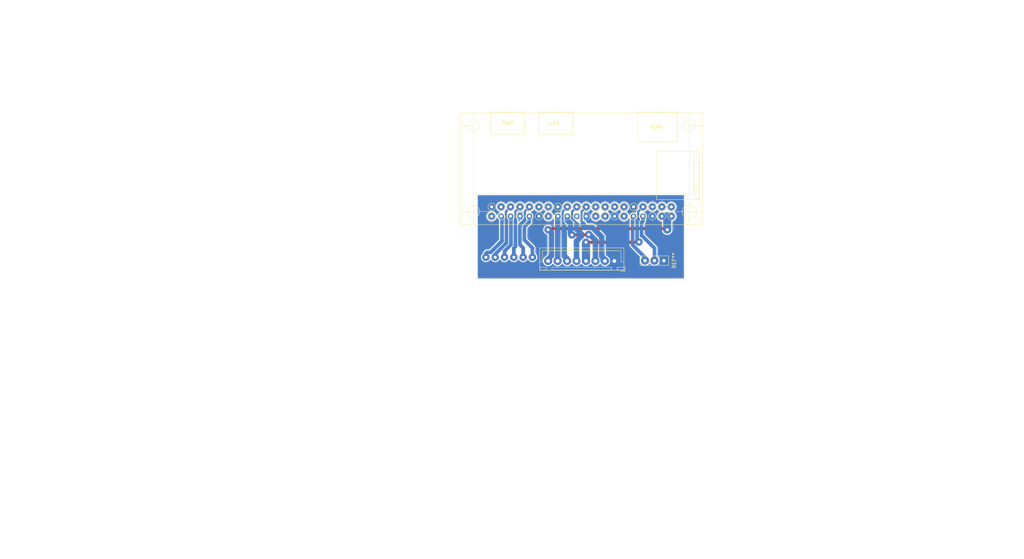
<source format=kicad_pcb>
(kicad_pcb (version 20171130) (host pcbnew "(5.1.6)-1")

  (general
    (thickness 1.6)
    (drawings 7)
    (tracks 148)
    (zones 0)
    (modules 3)
    (nets 33)
  )

  (page A4)
  (layers
    (0 F.Cu signal)
    (31 B.Cu signal)
    (32 B.Adhes user)
    (33 F.Adhes user)
    (34 B.Paste user)
    (35 F.Paste user)
    (36 B.SilkS user)
    (37 F.SilkS user)
    (38 B.Mask user)
    (39 F.Mask user)
    (40 Dwgs.User user)
    (41 Cmts.User user)
    (42 Eco1.User user)
    (43 Eco2.User user)
    (44 Edge.Cuts user)
    (45 Margin user)
    (46 B.CrtYd user)
    (47 F.CrtYd user)
    (48 B.Fab user hide)
    (49 F.Fab user)
  )

  (setup
    (last_trace_width 0.25)
    (user_trace_width 0.6)
    (user_trace_width 0.8)
    (user_trace_width 1)
    (user_trace_width 1.2)
    (user_trace_width 1.4)
    (user_trace_width 1.5)
    (user_trace_width 1.6)
    (user_trace_width 1.8)
    (user_trace_width 2)
    (user_trace_width 2.2)
    (trace_clearance 0.2)
    (zone_clearance 0.508)
    (zone_45_only no)
    (trace_min 0.2)
    (via_size 0.8)
    (via_drill 0.4)
    (via_min_size 0.4)
    (via_min_drill 0.3)
    (user_via 0.5 0.4)
    (user_via 1.9 1.8)
    (user_via 2 0.8)
    (user_via 3.3 3.2)
    (uvia_size 0.3)
    (uvia_drill 0.1)
    (uvias_allowed no)
    (uvia_min_size 0.2)
    (uvia_min_drill 0.1)
    (edge_width 0.05)
    (segment_width 0.2)
    (pcb_text_width 0.3)
    (pcb_text_size 1.5 1.5)
    (mod_edge_width 0.12)
    (mod_text_size 1 1)
    (mod_text_width 0.15)
    (pad_size 2.2 2.2)
    (pad_drill 0.9)
    (pad_to_mask_clearance 0.05)
    (aux_axis_origin 103 85)
    (grid_origin 103 85)
    (visible_elements 7FFFFFFF)
    (pcbplotparams
      (layerselection 0x01040_fffffffe)
      (usegerberextensions false)
      (usegerberattributes true)
      (usegerberadvancedattributes true)
      (creategerberjobfile false)
      (excludeedgelayer true)
      (linewidth 0.100000)
      (plotframeref false)
      (viasonmask true)
      (mode 1)
      (useauxorigin true)
      (hpglpennumber 1)
      (hpglpenspeed 20)
      (hpglpendiameter 15.000000)
      (psnegative false)
      (psa4output false)
      (plotreference true)
      (plotvalue true)
      (plotinvisibletext false)
      (padsonsilk false)
      (subtractmaskfromsilk false)
      (outputformat 1)
      (mirror false)
      (drillshape 0)
      (scaleselection 1)
      (outputdirectory "test_plot/"))
  )

  (net 0 "")
  (net 1 +5V)
  (net 2 GND)
  (net 3 RPI_T_CS)
  (net 4 RPI_SCLK)
  (net 5 RPI_MISO)
  (net 6 RPI_LCD_DC)
  (net 7 RPI_LCD_CS)
  (net 8 RPI_MOSI)
  (net 9 "Net-(J7-Pad1)")
  (net 10 "Net-(J7-Pad3)")
  (net 11 "Net-(J7-Pad5)")
  (net 12 I2S_BCLK)
  (net 13 "Net-(J7-Pad13)")
  (net 14 "Net-(J7-Pad15)")
  (net 15 "Net-(J7-Pad17)")
  (net 16 LED_RPI_BUSY)
  (net 17 RPI_READY)
  (net 18 "Net-(J7-Pad27)")
  (net 19 "Net-(J7-Pad28)")
  (net 20 "Net-(J7-Pad29)")
  (net 21 LED_RPI_I2S_RX)
  (net 22 I2S_FCLK)
  (net 23 LED_RPI_I2S_TX)
  (net 24 I2S_TXB)
  (net 25 I2S_RXB)
  (net 26 T41_RX1)
  (net 27 T41_TX1)
  (net 28 "Net-(J7-Pad18)")
  (net 29 "Net-(J7-Pad22)")
  (net 30 "Net-(J7-Pad16)")
  (net 31 "Net-(J7-Pad11)")
  (net 32 "Net-(J7-Pad37)")

  (net_class Default "This is the default net class."
    (clearance 0.2)
    (trace_width 0.25)
    (via_dia 0.8)
    (via_drill 0.4)
    (uvia_dia 0.3)
    (uvia_drill 0.1)
    (add_net +5V)
    (add_net GND)
    (add_net I2S_BCLK)
    (add_net I2S_FCLK)
    (add_net I2S_RXB)
    (add_net I2S_TXB)
    (add_net LED_RPI_BUSY)
    (add_net LED_RPI_I2S_RX)
    (add_net LED_RPI_I2S_TX)
    (add_net "Net-(J7-Pad1)")
    (add_net "Net-(J7-Pad11)")
    (add_net "Net-(J7-Pad13)")
    (add_net "Net-(J7-Pad15)")
    (add_net "Net-(J7-Pad16)")
    (add_net "Net-(J7-Pad17)")
    (add_net "Net-(J7-Pad18)")
    (add_net "Net-(J7-Pad22)")
    (add_net "Net-(J7-Pad27)")
    (add_net "Net-(J7-Pad28)")
    (add_net "Net-(J7-Pad29)")
    (add_net "Net-(J7-Pad3)")
    (add_net "Net-(J7-Pad37)")
    (add_net "Net-(J7-Pad5)")
    (add_net RPI_LCD_CS)
    (add_net RPI_LCD_DC)
    (add_net RPI_MISO)
    (add_net RPI_MOSI)
    (add_net RPI_READY)
    (add_net RPI_SCLK)
    (add_net RPI_T_CS)
    (add_net T41_RX1)
    (add_net T41_TX1)
  )

  (module 0_my_footprints:myPinSocket_1x03 (layer F.Cu) (tedit 67A8C728) (tstamp 67A923FB)
    (at 153.3 79.9 270)
    (descr "8.4mm tall socket strip, 1x03, 2.54mm pitch, from kicad_pinsockets.pm")
    (tags "Through hole socket strip THT 1x03 2.54mm single row")
    (fp_text reference REF** (at 0 -2.77 90) (layer F.SilkS)
      (effects (font (size 1 1) (thickness 0.15)))
    )
    (fp_text value myPinSocket_1x03 (at 0 7.85 90) (layer F.Fab)
      (effects (font (size 1 1) (thickness 0.15)))
    )
    (fp_line (start -1.27 1.27) (end 1.27 1.27) (layer F.SilkS) (width 0.12))
    (fp_line (start -1.27 -1.27) (end 1.27 -1.27) (layer F.SilkS) (width 0.12))
    (fp_line (start -1.27 -1.27) (end -1.27 6.41) (layer F.SilkS) (width 0.12))
    (fp_line (start -1.27 6.41) (end 1.27 6.41) (layer F.SilkS) (width 0.12))
    (fp_line (start 1.27 -1.27) (end 1.27 6.41) (layer F.SilkS) (width 0.12))
    (pad 3 thru_hole circle (at 0 5.08 270) (size 2.2 2.2) (drill 0.9) (layers *.Cu *.Mask)
      (net 27 T41_TX1))
    (pad 2 thru_hole circle (at 0 2.54 270) (size 2.2 2.2) (drill 0.9) (layers *.Cu *.Mask)
      (net 26 T41_RX1))
    (pad 1 thru_hole circle (at 0 0 270) (size 2.2 2.2) (drill 0.9) (layers *.Cu *.Mask)
      (net 2 GND))
    (model ${MY_KICAD_LIBRARIES}/my_3d_files/pinSockets/myPinSocket_1x03.step
      (at (xyz 0 0 0))
      (scale (xyz 1 1 1))
      (rotate (xyz 0 0 0))
    )
  )

  (module 0_my_footprints2:rpi_zero_2w (layer F.Cu) (tedit 67A63389) (tstamp 67A51E17)
    (at 155.3 68)
    (path /67943AF8)
    (fp_text reference J7 (at -25.4 -10.16) (layer B.Fab)
      (effects (font (size 1 1) (thickness 0.15)))
    )
    (fp_text value rpi_connector (at -25.4 -13.97) (layer B.Fab)
      (effects (font (size 1 1) (thickness 0.15)))
    )
    (fp_line (start -26.5 -28) (end -35.5 -28) (layer F.SilkS) (width 0.12))
    (fp_line (start -26.5 -22) (end -26.5 -28) (layer F.SilkS) (width 0.12))
    (fp_line (start -35.5 -22) (end -26.5 -22) (layer F.SilkS) (width 0.12))
    (fp_line (start -35.5 -28) (end -35.5 -22) (layer F.SilkS) (width 0.12))
    (fp_line (start -39.5 -28) (end -48.5 -28) (layer F.SilkS) (width 0.12))
    (fp_line (start -39.5 -22) (end -39.5 -28) (layer F.SilkS) (width 0.12))
    (fp_line (start -48.5 -22) (end -39.5 -22) (layer F.SilkS) (width 0.12))
    (fp_line (start -48.5 -28) (end -48.5 -22) (layer F.SilkS) (width 0.12))
    (fp_line (start -9 -28) (end 1.5 -28) (layer F.SilkS) (width 0.12))
    (fp_line (start -9 -20) (end -9 -28) (layer F.SilkS) (width 0.12))
    (fp_line (start 1.5 -20) (end -9 -20) (layer F.SilkS) (width 0.12))
    (fp_line (start 1.5 -28) (end 1.5 -20) (layer F.SilkS) (width 0.12))
    (fp_line (start 6 -14.5) (end 7.5 -14.5) (layer F.SilkS) (width 0.12))
    (fp_line (start 6 -13) (end 7.5 -13) (layer F.SilkS) (width 0.12))
    (fp_line (start 6 -11.5) (end 7.5 -11.5) (layer F.SilkS) (width 0.12))
    (fp_line (start 6 -10) (end 7.5 -10) (layer F.SilkS) (width 0.12))
    (fp_line (start 6 -8.5) (end 7.5 -8.5) (layer F.SilkS) (width 0.12))
    (fp_line (start 6 -7) (end 7.5 -7) (layer F.SilkS) (width 0.12))
    (fp_line (start 6 -6) (end 7.5 -4.5) (layer F.SilkS) (width 0.12))
    (fp_line (start 6 -16) (end 6 -6) (layer F.SilkS) (width 0.12))
    (fp_line (start 7.5 -17.5) (end 6 -16) (layer F.SilkS) (width 0.12))
    (fp_line (start -4 -4.5) (end 7.5 -4.5) (layer F.SilkS) (width 0.12))
    (fp_line (start -4 -17.5) (end -4 -4.5) (layer F.SilkS) (width 0.12))
    (fp_line (start 7.5 -17.5) (end -4 -17.5) (layer F.SilkS) (width 0.12))
    (fp_line (start 7.5 -4.5) (end 7.5 -17.5) (layer F.SilkS) (width 0.12))
    (fp_circle (center -22.86 -2.54) (end -21.86 -2.54) (layer F.SilkS) (width 0.12))
    (fp_circle (center -20.32 -2.54) (end -19.32 -2.54) (layer F.SilkS) (width 0.12))
    (fp_circle (center -20.32 0) (end -19.32 0) (layer F.SilkS) (width 0.12))
    (fp_circle (center -22.86 0) (end -21.86 0) (layer F.SilkS) (width 0.12))
    (fp_circle (center -17.78 -2.54) (end -16.78 -2.54) (layer F.SilkS) (width 0.12))
    (fp_circle (center -17.78 0) (end -16.78 0) (layer F.SilkS) (width 0.12))
    (fp_circle (center -15.24 -2.54) (end -14.24 -2.54) (layer F.SilkS) (width 0.12))
    (fp_circle (center -15.24 0) (end -14.24 0) (layer F.SilkS) (width 0.12))
    (fp_circle (center -12.7 -2.54) (end -11.7 -2.54) (layer F.SilkS) (width 0.12))
    (fp_circle (center -12.7 0) (end -11.7 0) (layer F.SilkS) (width 0.12))
    (fp_circle (center -10.16 -2.54) (end -9.16 -2.54) (layer F.SilkS) (width 0.12))
    (fp_circle (center -10.16 0) (end -9.16 0) (layer F.SilkS) (width 0.12))
    (fp_circle (center -7.62 -2.54) (end -6.62 -2.54) (layer F.SilkS) (width 0.12))
    (fp_circle (center -7.62 0) (end -6.62 0) (layer F.SilkS) (width 0.12))
    (fp_circle (center -5.08 -2.54) (end -4.08 -2.54) (layer F.SilkS) (width 0.12))
    (fp_circle (center -5.08 0) (end -4.08 0) (layer F.SilkS) (width 0.12))
    (fp_circle (center -2.54 -2.54) (end -1.54 -2.54) (layer F.SilkS) (width 0.12))
    (fp_circle (center -2.54 0) (end -1.54 0) (layer F.SilkS) (width 0.12))
    (fp_circle (center 0 -2.54) (end 1 -2.54) (layer F.SilkS) (width 0.12))
    (fp_circle (center 0 0) (end 1 0) (layer F.SilkS) (width 0.12))
    (fp_circle (center -48.26 -2.54) (end -47.26 -2.54) (layer F.SilkS) (width 0.12))
    (fp_circle (center -43.18 0) (end -42.18 0) (layer F.SilkS) (width 0.12))
    (fp_circle (center -35.56 -2.54) (end -34.56 -2.54) (layer F.SilkS) (width 0.12))
    (fp_circle (center -40.64 -2.54) (end -39.64 -2.54) (layer F.SilkS) (width 0.12))
    (fp_circle (center -35.56 0) (end -34.56 0) (layer F.SilkS) (width 0.12))
    (fp_circle (center -25.4 -2.54) (end -24.4 -2.54) (layer F.SilkS) (width 0.12))
    (fp_circle (center -30.48 -2.54) (end -29.48 -2.54) (layer F.SilkS) (width 0.12))
    (fp_circle (center -27.94 -2.54) (end -26.94 -2.54) (layer F.SilkS) (width 0.12))
    (fp_circle (center -45.72 0) (end -44.72 0) (layer F.SilkS) (width 0.12))
    (fp_circle (center -27.94 0) (end -26.94 0) (layer F.SilkS) (width 0.12))
    (fp_circle (center -40.64 0) (end -39.64 0) (layer F.SilkS) (width 0.12))
    (fp_circle (center -30.48 0) (end -29.48 0) (layer F.SilkS) (width 0.12))
    (fp_circle (center -45.72 -2.54) (end -44.72 -2.54) (layer F.SilkS) (width 0.12))
    (fp_circle (center -33.02 -2.54) (end -32.02 -2.54) (layer F.SilkS) (width 0.12))
    (fp_circle (center -38.1 0) (end -37.1 0) (layer F.SilkS) (width 0.12))
    (fp_circle (center -33.02 0) (end -32.02 0) (layer F.SilkS) (width 0.12))
    (fp_circle (center -38.1 -2.54) (end -37.1 -2.54) (layer F.SilkS) (width 0.12))
    (fp_circle (center -25.4 0) (end -24.4 0) (layer F.SilkS) (width 0.12))
    (fp_circle (center -48.26 0) (end -47.26 0) (layer F.SilkS) (width 0.12))
    (fp_circle (center -43.18 -2.54) (end -42.18 -2.54) (layer F.SilkS) (width 0.12))
    (fp_line (start 0 -1.27) (end 4.87 -1.27) (layer F.SilkS) (width 0.12))
    (fp_circle (center 4.87 -1.27) (end 6.35 0) (layer F.SilkS) (width 0.12))
    (fp_line (start -48.26 -1.27) (end -53.13 -1.27) (layer F.SilkS) (width 0.12))
    (fp_circle (center -53.13 -1.27) (end -52.07 0) (layer F.SilkS) (width 0.12))
    (fp_line (start -53.13 -1.27) (end -53.13 2.23) (layer F.SilkS) (width 0.12))
    (fp_line (start 4.87 -1.27) (end 4.87 2.23) (layer F.SilkS) (width 0.12))
    (fp_line (start 4.87 -1.27) (end 8.37 -1.27) (layer F.SilkS) (width 0.12))
    (fp_line (start -53.13 -1.27) (end -56.63 -1.27) (layer F.SilkS) (width 0.12))
    (fp_line (start 4.87 -1.27) (end 4.87 -24.27) (layer F.SilkS) (width 0.12))
    (fp_line (start -53.13 -1.27) (end -53.13 -24.27) (layer F.SilkS) (width 0.12))
    (fp_circle (center -53.13 -24.27) (end -52.07 -23) (layer F.SilkS) (width 0.12))
    (fp_circle (center 4.87 -24.27) (end 5.93 -23) (layer F.SilkS) (width 0.12))
    (fp_line (start 4.87 -24.27) (end 8.37 -24.27) (layer F.SilkS) (width 0.12))
    (fp_line (start 4.87 -24.27) (end 4.87 -27.77) (layer F.SilkS) (width 0.12))
    (fp_line (start -53.13 -24.27) (end -56.63 -24.27) (layer F.SilkS) (width 0.12))
    (fp_line (start -53.13 -24.27) (end -53.13 -27.77) (layer F.SilkS) (width 0.12))
    (fp_line (start -56.63 -24.27) (end -56.63 -1.27) (layer F.SilkS) (width 0.12))
    (fp_line (start -56.63 -1.27) (end -56.63 2.23) (layer F.SilkS) (width 0.12))
    (fp_line (start 8.37 -1.27) (end 8.37 2.23) (layer F.SilkS) (width 0.12))
    (fp_line (start 8.37 -24.27) (end 8.37 -27.77) (layer F.SilkS) (width 0.12))
    (fp_line (start -56.63 -24.27) (end -56.63 -27.77) (layer F.SilkS) (width 0.12))
    (fp_line (start -56.63 -27.77) (end 8.37 -27.77) (layer F.SilkS) (width 0.12))
    (fp_line (start 8.37 -24.27) (end 8.37 -1.27) (layer F.SilkS) (width 0.12))
    (fp_line (start -56.63 2.23) (end 8.37 2.23) (layer F.SilkS) (width 0.12))
    (fp_text user HDMI (at -4 -24) (layer F.SilkS)
      (effects (font (size 1 1) (thickness 0.15)))
    )
    (fp_text user USB (at -31.5 -25) (layer F.SilkS)
      (effects (font (size 1 1) (thickness 0.15)))
    )
    (fp_text user PWR (at -44 -25) (layer F.SilkS)
      (effects (font (size 1 1) (thickness 0.15)))
    )
    (pad 1 thru_hole circle (at 0 -2.54) (size 2.2 2.2) (drill 0.8) (layers *.Cu *.Mask)
      (net 9 "Net-(J7-Pad1)"))
    (pad 2 thru_hole circle (at 0 0) (size 2.2 2.2) (drill 0.8) (layers *.Cu *.Mask)
      (net 1 +5V))
    (pad 3 thru_hole circle (at -2.54 -2.54) (size 2.2 2.2) (drill 0.8) (layers *.Cu *.Mask)
      (net 10 "Net-(J7-Pad3)"))
    (pad 4 thru_hole circle (at -2.54 0) (size 2.2 2.2) (drill 0.8) (layers *.Cu *.Mask)
      (net 1 +5V))
    (pad 5 thru_hole circle (at -5.08 -2.54) (size 2.2 2.2) (drill 0.8) (layers *.Cu *.Mask)
      (net 11 "Net-(J7-Pad5)"))
    (pad 6 thru_hole circle (at -5.08 0) (size 2.2 2.2) (drill 0.8) (layers *.Cu *.Mask)
      (net 2 GND))
    (pad 7 thru_hole circle (at -7.62 -2.54) (size 2.2 2.2) (drill 0.8) (layers *.Cu *.Mask)
      (net 6 RPI_LCD_DC))
    (pad 8 thru_hole circle (at -7.62 0) (size 1.5 1.5) (drill 0.8) (layers *.Cu *.Mask)
      (net 26 T41_RX1))
    (pad 9 thru_hole circle (at -10.16 -2.54) (size 2.2 2.2) (drill 0.8) (layers *.Cu *.Mask)
      (net 2 GND))
    (pad 10 thru_hole circle (at -10.16 0) (size 1.5 1.5) (drill 0.8) (layers *.Cu *.Mask)
      (net 27 T41_TX1))
    (pad 11 thru_hole circle (at -12.7 -2.54) (size 2.2 2.2) (drill 0.8) (layers *.Cu *.Mask)
      (net 31 "Net-(J7-Pad11)"))
    (pad 12 thru_hole circle (at -12.7 0) (size 2.2 2.2) (drill 0.8) (layers *.Cu *.Mask)
      (net 12 I2S_BCLK))
    (pad 13 thru_hole circle (at -15.24 -2.54) (size 2.2 2.2) (drill 0.8) (layers *.Cu *.Mask)
      (net 13 "Net-(J7-Pad13)"))
    (pad 14 thru_hole circle (at -15.24 0) (size 2.2 2.2) (drill 0.8) (layers *.Cu *.Mask)
      (net 2 GND))
    (pad 15 thru_hole circle (at -17.78 -2.54) (size 2.2 2.2) (drill 0.8) (layers *.Cu *.Mask)
      (net 14 "Net-(J7-Pad15)"))
    (pad 16 thru_hole circle (at -17.78 0) (size 2.2 2.2) (drill 0.8) (layers *.Cu *.Mask)
      (net 30 "Net-(J7-Pad16)"))
    (pad 17 thru_hole circle (at -20.32 -2.54) (size 2.2 2.2) (drill 0.8) (layers *.Cu *.Mask)
      (net 15 "Net-(J7-Pad17)"))
    (pad 18 thru_hole circle (at -20.32 0) (size 2.2 2.2) (drill 0.8) (layers *.Cu *.Mask)
      (net 28 "Net-(J7-Pad18)"))
    (pad 19 thru_hole circle (at -22.86 -2.54) (size 2.2 2.2) (drill 0.8) (layers *.Cu *.Mask)
      (net 8 RPI_MOSI))
    (pad 20 thru_hole circle (at -22.86 0) (size 1.5 1.5) (drill 0.8) (layers *.Cu *.Mask)
      (net 2 GND))
    (pad 21 thru_hole circle (at -25.4 -2.54) (size 2.2 2.2) (drill 0.8) (layers *.Cu *.Mask)
      (net 5 RPI_MISO))
    (pad 22 thru_hole circle (at -25.4 0) (size 1.5 1.5) (drill 0.8) (layers *.Cu *.Mask)
      (net 29 "Net-(J7-Pad22)"))
    (pad 23 thru_hole circle (at -27.94 -2.54) (size 2.2 2.2) (drill 0.8) (layers *.Cu *.Mask)
      (net 4 RPI_SCLK))
    (pad 24 thru_hole circle (at -27.94 0) (size 1.5 1.5) (drill 0.8) (layers *.Cu *.Mask)
      (net 7 RPI_LCD_CS))
    (pad 25 thru_hole circle (at -30.48 -2.54) (size 2.2 2.2) (drill 0.8) (layers *.Cu *.Mask)
      (net 2 GND))
    (pad 26 thru_hole circle (at -30.48 0) (size 1.5 1.5) (drill 0.8) (layers *.Cu *.Mask)
      (net 3 RPI_T_CS))
    (pad 27 thru_hole circle (at -33.02 -2.54) (size 2.2 2.2) (drill 0.8) (layers *.Cu *.Mask)
      (net 18 "Net-(J7-Pad27)"))
    (pad 28 thru_hole circle (at -33.02 0) (size 2.2 2.2) (drill 0.8) (layers *.Cu *.Mask)
      (net 19 "Net-(J7-Pad28)"))
    (pad 29 thru_hole circle (at -35.56 -2.54) (size 2.2 2.2) (drill 0.8) (layers *.Cu *.Mask)
      (net 20 "Net-(J7-Pad29)"))
    (pad 30 thru_hole circle (at -35.56 0) (size 2.2 2.2) (drill 0.8) (layers *.Cu *.Mask)
      (net 2 GND))
    (pad 31 thru_hole circle (at -38.1 -2.54) (size 2.2 2.2) (drill 0.8) (layers *.Cu *.Mask)
      (net 16 LED_RPI_BUSY))
    (pad 32 thru_hole circle (at -38.1 0) (size 1.5 1.5) (drill 0.8) (layers *.Cu *.Mask)
      (net 17 RPI_READY))
    (pad 33 thru_hole circle (at -40.64 -2.54) (size 2.2 2.2) (drill 0.8) (layers *.Cu *.Mask)
      (net 21 LED_RPI_I2S_RX))
    (pad 34 thru_hole circle (at -40.64 0) (size 1.5 1.5) (drill 0.8) (layers *.Cu *.Mask)
      (net 2 GND))
    (pad 35 thru_hole circle (at -43.18 -2.54) (size 2.2 2.2) (drill 0.8) (layers *.Cu *.Mask)
      (net 22 I2S_FCLK))
    (pad 36 thru_hole circle (at -43.18 0) (size 1.5 1.5) (drill 0.8) (layers *.Cu *.Mask)
      (net 23 LED_RPI_I2S_TX))
    (pad 37 thru_hole circle (at -45.72 -2.54) (size 2.2 2.2) (drill 0.8) (layers *.Cu *.Mask)
      (net 32 "Net-(J7-Pad37)"))
    (pad 38 thru_hole circle (at -45.72 0) (size 1.5 1.5) (drill 0.8) (layers *.Cu *.Mask)
      (net 24 I2S_TXB))
    (pad 39 thru_hole circle (at -48.26 -2.54) (size 2.2 2.2) (drill 0.8) (layers *.Cu *.Mask)
      (net 2 GND))
    (pad 40 thru_hole circle (at -48.26 0) (size 2.2 2.2) (drill 0.8) (layers *.Cu *.Mask)
      (net 25 I2S_RXB))
    (model "C:/src/kiCad/libraries/my_3d_files/Raspberry Pi Zero 2 W.STEP"
      (offset (xyz -24.13 12.7 9))
      (scale (xyz 1 1 1))
      (rotate (xyz -90 0 180))
    )
  )

  (module 0_my_footprints:myJSTx08 (layer F.Cu) (tedit 63C19EB8) (tstamp 67A51D3D)
    (at 140 80 180)
    (descr "JST XH series connector, B8B-XH-A (http://www.jst-mfg.com/product/pdf/eng/eXH.pdf), generated with kicad-footprint-generator")
    (tags "connector JST XH vertical")
    (path /67986515)
    (fp_text reference J4 (at 8.75 -3.55) (layer B.Fab)
      (effects (font (size 1 1) (thickness 0.15)))
    )
    (fp_text value RPI_DISPLAY (at 8.75 4.6) (layer F.Fab)
      (effects (font (size 1 1) (thickness 0.15)))
    )
    (fp_line (start -2.45 -2.35) (end -2.45 3.4) (layer F.Fab) (width 0.1))
    (fp_line (start -2.45 3.4) (end 19.95 3.4) (layer F.Fab) (width 0.1))
    (fp_line (start 19.95 3.4) (end 19.95 -2.35) (layer F.Fab) (width 0.1))
    (fp_line (start 19.95 -2.35) (end -2.45 -2.35) (layer F.Fab) (width 0.1))
    (fp_line (start -2.56 -2.46) (end -2.56 3.51) (layer F.SilkS) (width 0.12))
    (fp_line (start -2.56 3.51) (end 20.06 3.51) (layer F.SilkS) (width 0.12))
    (fp_line (start 20.06 3.51) (end 20.06 -2.46) (layer F.SilkS) (width 0.12))
    (fp_line (start 20.06 -2.46) (end -2.56 -2.46) (layer F.SilkS) (width 0.12))
    (fp_line (start -2.95 -2.85) (end -2.95 3.9) (layer F.CrtYd) (width 0.05))
    (fp_line (start -2.95 3.9) (end 20.45 3.9) (layer F.CrtYd) (width 0.05))
    (fp_line (start 20.45 3.9) (end 20.45 -2.85) (layer F.CrtYd) (width 0.05))
    (fp_line (start 20.45 -2.85) (end -2.95 -2.85) (layer F.CrtYd) (width 0.05))
    (fp_line (start -0.625 -2.35) (end 0 -1.35) (layer F.Fab) (width 0.1))
    (fp_line (start 0 -1.35) (end 0.625 -2.35) (layer F.Fab) (width 0.1))
    (fp_line (start 0.75 -2.45) (end 0.75 -1.7) (layer F.SilkS) (width 0.12))
    (fp_line (start 0.75 -1.7) (end 16.75 -1.7) (layer F.SilkS) (width 0.12))
    (fp_line (start 16.75 -1.7) (end 16.75 -2.45) (layer F.SilkS) (width 0.12))
    (fp_line (start 16.75 -2.45) (end 0.75 -2.45) (layer F.SilkS) (width 0.12))
    (fp_line (start -2.55 -2.45) (end -2.55 -1.7) (layer F.SilkS) (width 0.12))
    (fp_line (start -2.55 -1.7) (end -0.75 -1.7) (layer F.SilkS) (width 0.12))
    (fp_line (start -0.75 -1.7) (end -0.75 -2.45) (layer F.SilkS) (width 0.12))
    (fp_line (start -0.75 -2.45) (end -2.55 -2.45) (layer F.SilkS) (width 0.12))
    (fp_line (start 18.25 -2.45) (end 18.25 -1.7) (layer F.SilkS) (width 0.12))
    (fp_line (start 18.25 -1.7) (end 20.05 -1.7) (layer F.SilkS) (width 0.12))
    (fp_line (start 20.05 -1.7) (end 20.05 -2.45) (layer F.SilkS) (width 0.12))
    (fp_line (start 20.05 -2.45) (end 18.25 -2.45) (layer F.SilkS) (width 0.12))
    (fp_line (start -2.55 -0.2) (end -1.8 -0.2) (layer F.SilkS) (width 0.12))
    (fp_line (start -1.8 -0.2) (end -1.8 2.75) (layer F.SilkS) (width 0.12))
    (fp_line (start -1.8 2.75) (end 8.75 2.75) (layer F.SilkS) (width 0.12))
    (fp_line (start 20.05 -0.2) (end 19.3 -0.2) (layer F.SilkS) (width 0.12))
    (fp_line (start 19.3 -0.2) (end 19.3 2.75) (layer F.SilkS) (width 0.12))
    (fp_line (start 19.3 2.75) (end 8.75 2.75) (layer F.SilkS) (width 0.12))
    (fp_line (start -1.6 -2.75) (end -2.85 -2.75) (layer F.SilkS) (width 0.12))
    (fp_line (start -2.85 -2.75) (end -2.85 -1.5) (layer F.SilkS) (width 0.12))
    (fp_text user %R (at 8.75 2.7) (layer B.Fab)
      (effects (font (size 1 1) (thickness 0.15)))
    )
    (pad 8 thru_hole circle (at 17.78 0 180) (size 2.2 2.2) (drill 1) (layers *.Cu *.Mask)
      (net 1 +5V))
    (pad 7 thru_hole circle (at 15.24 0 180) (size 2.2 2.2) (drill 1) (layers *.Cu *.Mask)
      (net 3 RPI_T_CS))
    (pad 6 thru_hole circle (at 12.7 0 180) (size 2.2 2.2) (drill 1) (layers *.Cu *.Mask)
      (net 4 RPI_SCLK))
    (pad 5 thru_hole circle (at 10.16 0 180) (size 2.2 2.2) (drill 1) (layers *.Cu *.Mask)
      (net 5 RPI_MISO))
    (pad 4 thru_hole circle (at 7.62 0 180) (size 2.2 2.2) (drill 1) (layers *.Cu *.Mask)
      (net 6 RPI_LCD_DC))
    (pad 3 thru_hole circle (at 5.08 0 180) (size 2.2 2.2) (drill 1) (layers *.Cu *.Mask)
      (net 7 RPI_LCD_CS))
    (pad 2 thru_hole circle (at 2.54 0 180) (size 2.2 2.2) (drill 1) (layers *.Cu *.Mask)
      (net 8 RPI_MOSI))
    (pad 1 thru_hole circle (at 0 0 180) (size 2.2 2.2) (drill 1) (layers *.Cu *.Mask)
      (net 2 GND))
    (model ${KISYS3DMOD}/Connector_JST.3dshapes/JST_XH_B8B-XH-A_1x08_P2.50mm_Vertical.wrl
      (at (xyz 0 0 0))
      (scale (xyz 1 1 1))
      (rotate (xyz 0 0 0))
    )
  )

  (dimension 23 (width 0.15) (layer Dwgs.User)
    (gr_text "23.000 mm" (at 85.7 73.5 270) (layer Dwgs.User)
      (effects (font (size 1 1) (thickness 0.15)))
    )
    (feature1 (pts (xy 103 85) (xy 86.413579 85)))
    (feature2 (pts (xy 103 62) (xy 86.413579 62)))
    (crossbar (pts (xy 87 62) (xy 87 85)))
    (arrow1a (pts (xy 87 85) (xy 86.413579 83.873496)))
    (arrow1b (pts (xy 87 85) (xy 87.586421 83.873496)))
    (arrow2a (pts (xy 87 62) (xy 86.413579 63.126504)))
    (arrow2b (pts (xy 87 62) (xy 87.586421 63.126504)))
  )
  (dimension 56 (width 0.15) (layer Dwgs.User)
    (gr_text "56.000 mm" (at 131 96.3) (layer Dwgs.User)
      (effects (font (size 1 1) (thickness 0.15)))
    )
    (feature1 (pts (xy 159 85) (xy 159 95.586421)))
    (feature2 (pts (xy 103 85) (xy 103 95.586421)))
    (crossbar (pts (xy 103 95) (xy 159 95)))
    (arrow1a (pts (xy 159 95) (xy 157.873496 95.586421)))
    (arrow1b (pts (xy 159 95) (xy 157.873496 94.413579)))
    (arrow2a (pts (xy 103 95) (xy 104.126504 95.586421)))
    (arrow2b (pts (xy 103 95) (xy 104.126504 94.413579)))
  )
  (gr_line (start 159 62) (end 103 62) (layer Edge.Cuts) (width 0.05))
  (gr_line (start 159 85) (end 159 62) (layer Edge.Cuts) (width 0.05))
  (gr_line (start 103 85) (end 159 85) (layer Edge.Cuts) (width 0.05))
  (gr_line (start 103 62) (end 103 85) (layer Edge.Cuts) (width 0.05))
  (dimension 150 (width 0.15) (layer Dwgs.User)
    (gr_text "150.000 mm" (at -21.3 85 90) (layer Dwgs.User)
      (effects (font (size 1 1) (thickness 0.15)))
    )
    (feature1 (pts (xy 50 10) (xy -20.586421 10)))
    (feature2 (pts (xy 50 160) (xy -20.586421 160)))
    (crossbar (pts (xy -20 160) (xy -20 10)))
    (arrow1a (pts (xy -20 10) (xy -19.413579 11.126504)))
    (arrow1b (pts (xy -20 10) (xy -20.586421 11.126504)))
    (arrow2a (pts (xy -20 160) (xy -19.413579 158.873496)))
    (arrow2b (pts (xy -20 160) (xy -20.586421 158.873496)))
  )

  (segment (start 122.2 71.6) (end 122.2 71.6) (width 1.5) (layer B.Cu) (net 1) (tstamp 67A6BD65))
  (via (at 154.2 71.6) (size 2) (drill 0.8) (layers F.Cu B.Cu) (net 1))
  (segment (start 122.2 71.6) (end 122.2 71.6) (width 1.5) (layer B.Cu) (net 1) (tstamp 67A6DF83))
  (via (at 122.2 71.6) (size 2) (drill 0.8) (layers F.Cu B.Cu) (net 1))
  (segment (start 154.2 68) (end 152.8 68) (width 2) (layer B.Cu) (net 1))
  (segment (start 155.3 68) (end 154.2 68) (width 2) (layer B.Cu) (net 1))
  (segment (start 153.899999 71.299999) (end 154.2 71.6) (width 0.8) (layer F.Cu) (net 1))
  (segment (start 122.500001 71.299999) (end 153.899999 71.299999) (width 0.8) (layer F.Cu) (net 1))
  (segment (start 122.2 71.6) (end 122.500001 71.299999) (width 0.8) (layer F.Cu) (net 1))
  (segment (start 154.2 71.6) (end 154.2 68) (width 2.2) (layer B.Cu) (net 1))
  (segment (start 122.4 71.6) (end 123.09998 72.29998) (width 1.5) (layer B.Cu) (net 1))
  (segment (start 122.2 71.6) (end 122.4 71.6) (width 1.5) (layer B.Cu) (net 1))
  (segment (start 123.09998 78.626018) (end 122.2 79.525998) (width 1.5) (layer B.Cu) (net 1))
  (segment (start 123.09998 72.29998) (end 123.09998 78.626018) (width 1.5) (layer B.Cu) (net 1))
  (segment (start 122.2 79.525998) (end 122.2 80.2) (width 1.5) (layer B.Cu) (net 1))
  (segment (start 124.82 80.02) (end 124.9 80.1) (width 1.5) (layer B.Cu) (net 3))
  (segment (start 124.79999 68.02001) (end 124.79999 79.99999) (width 1.5) (layer B.Cu) (net 3))
  (segment (start 124.82 68) (end 124.79999 68.02001) (width 1.5) (layer B.Cu) (net 3))
  (segment (start 127.36 65.46) (end 126.109999 66.710001) (width 0.6) (layer B.Cu) (net 4))
  (segment (start 127.3 79.4) (end 126.52001 78.62001) (width 1.5) (layer B.Cu) (net 4))
  (segment (start 127.3 80) (end 127.3 79.4) (width 1.5) (layer B.Cu) (net 4))
  (segment (start 126.5 71.5) (end 126.5 70.7) (width 1.5) (layer B.Cu) (net 4))
  (segment (start 126.52001 73.02001) (end 126.52001 71.5) (width 1.5) (layer B.Cu) (net 4))
  (segment (start 126.52001 73.02001) (end 126.52001 72.2) (width 1.5) (layer B.Cu) (net 4))
  (segment (start 126.52001 78.62001) (end 126.52001 73.02001) (width 1.5) (layer B.Cu) (net 4))
  (segment (start 126.109999 69.609999) (end 126.109999 70.290001) (width 0.6) (layer B.Cu) (net 4))
  (segment (start 126.109999 66.710001) (end 126.109999 69.609999) (width 0.6) (layer B.Cu) (net 4))
  (segment (start 126.5 69.985564) (end 126.5 70.7) (width 0.6) (layer B.Cu) (net 4))
  (segment (start 126.149979 69.635543) (end 126.5 69.985564) (width 0.6) (layer B.Cu) (net 4))
  (segment (start 129.9 65.46) (end 128.649999 66.710001) (width 0.6) (layer B.Cu) (net 5))
  (segment (start 128.649999 68.600001) (end 129.9 69.850002) (width 0.6) (layer B.Cu) (net 5))
  (segment (start 128.649999 66.710001) (end 128.649999 68.600001) (width 0.6) (layer B.Cu) (net 5))
  (segment (start 129.9 69.850002) (end 129.9 70.3) (width 0.6) (layer B.Cu) (net 5))
  (segment (start 129.84 74.646002) (end 131.1 73.386002) (width 1.5) (layer B.Cu) (net 5))
  (segment (start 129.92003 71.52003) (end 129.92003 70.32003) (width 1.5) (layer B.Cu) (net 5))
  (segment (start 131.1 73.386002) (end 131.1 72.7) (width 1.5) (layer B.Cu) (net 5))
  (segment (start 129.92003 70.32003) (end 129.9 70.3) (width 1.5) (layer B.Cu) (net 5))
  (segment (start 131.1 72.7) (end 129.92003 71.52003) (width 1.5) (layer B.Cu) (net 5))
  (segment (start 130.6 72.66) (end 130.6 73.38) (width 1.5) (layer B.Cu) (net 5))
  (segment (start 129.84 74.646002) (end 129.84 79.94) (width 1.5) (layer B.Cu) (net 5))
  (segment (start 147.68 65.46) (end 146.390001 66.749999) (width 0.6) (layer B.Cu) (net 6))
  (via (at 146.6 74.9) (size 2) (drill 0.8) (layers F.Cu B.Cu) (net 6))
  (via (at 132.38 74.98) (size 2) (drill 0.8) (layers F.Cu B.Cu) (net 6))
  (segment (start 132.38 74.98) (end 146.52 74.98) (width 0.8) (layer F.Cu) (net 6))
  (segment (start 146.390001 66.749999) (end 146.390001 68.909999) (width 0.6) (layer B.Cu) (net 6))
  (segment (start 132.38 80) (end 132.38 75.200001) (width 2.2) (layer B.Cu) (net 6))
  (segment (start 146.100009 74.400009) (end 146.6 74.9) (width 1) (layer B.Cu) (net 6))
  (segment (start 146.393001 68.893001) (end 146.100009 69.185993) (width 1) (layer B.Cu) (net 6))
  (segment (start 146.100009 69.185993) (end 146.100009 74.400009) (width 1) (layer B.Cu) (net 6))
  (via (at 128.6 73) (size 2) (drill 0.8) (layers F.Cu B.Cu) (net 7))
  (segment (start 128.22002 71.495833) (end 128.22002 71.024196) (width 1.5) (layer B.Cu) (net 7))
  (segment (start 128.199991 69.917773) (end 127.399989 69.117772) (width 1.5) (layer B.Cu) (net 7))
  (segment (start 128.199991 71.004167) (end 128.199991 69.917773) (width 1.5) (layer B.Cu) (net 7))
  (segment (start 127.399989 69.117772) (end 127.399989 68) (width 1.5) (layer B.Cu) (net 7))
  (segment (start 128.22002 72.62002) (end 128.6 73) (width 1.5) (layer B.Cu) (net 7))
  (segment (start 128.22002 71.024196) (end 128.22002 72.62002) (width 1.5) (layer B.Cu) (net 7))
  (segment (start 128.199991 71.004167) (end 128.22002 71.024196) (width 1.5) (layer B.Cu) (net 7))
  (segment (start 134.92 80) (end 134.92 74.42) (width 1.5) (layer B.Cu) (net 7))
  (segment (start 134.92 74.42) (end 133.5 73) (width 1.5) (layer B.Cu) (net 7))
  (via (at 133.1 72.9) (size 2) (drill 0.8) (layers F.Cu B.Cu) (net 7))
  (segment (start 133 73) (end 133.1 72.9) (width 0.8) (layer F.Cu) (net 7))
  (segment (start 128.6 73) (end 133 73) (width 0.8) (layer F.Cu) (net 7))
  (segment (start 131.189999 66.710001) (end 131.189999 70.089999) (width 0.6) (layer B.Cu) (net 8))
  (segment (start 132.44 65.46) (end 131.189999 66.710001) (width 0.6) (layer B.Cu) (net 8))
  (segment (start 131.950001 70.949999) (end 131.62004 70.620038) (width 1.5) (layer B.Cu) (net 8))
  (segment (start 134.036001 70.949999) (end 131.950001 70.949999) (width 1.5) (layer B.Cu) (net 8))
  (segment (start 136.62001 73.534008) (end 134.036001 70.949999) (width 1.5) (layer B.Cu) (net 8))
  (segment (start 137.1 80) (end 136.970001 79.870001) (width 1.5) (layer B.Cu) (net 8))
  (segment (start 136.970001 79.870001) (end 136.970001 79.070001) (width 1.5) (layer B.Cu) (net 8))
  (segment (start 136.970001 79.070001) (end 136.62001 78.72001) (width 1.5) (layer B.Cu) (net 8))
  (segment (start 131.62004 70.620038) (end 131.62004 70.089999) (width 1.5) (layer B.Cu) (net 8))
  (segment (start 137.46 80) (end 137.1 80) (width 1.5) (layer B.Cu) (net 8))
  (segment (start 136.62001 78.72001) (end 136.62001 73.534008) (width 1.5) (layer B.Cu) (net 8))
  (segment (start 142.6 68) (end 142.6 68.2) (width 1.5) (layer B.Cu) (net 12))
  (segment (start 115.949999 66.710001) (end 115.949999 69.049999) (width 0.6) (layer B.Cu) (net 16))
  (segment (start 117.2 65.46) (end 115.949999 66.710001) (width 0.6) (layer B.Cu) (net 16))
  (segment (start 114.63004 70.369958) (end 115.949999 69.049999) (width 1) (layer B.Cu) (net 16))
  (segment (start 114.63004 73.86996) (end 114.63004 70.369958) (width 1) (layer B.Cu) (net 16) (tstamp 67A8C56D))
  (segment (start 114.63004 73.86996) (end 114.63004 75.63004) (width 1) (layer B.Cu) (net 16))
  (segment (start 114.63004 75.63004) (end 115.5 76.5) (width 1) (layer B.Cu) (net 16))
  (segment (start 115.5 76.5) (end 115.5 79) (width 1) (layer B.Cu) (net 16))
  (segment (start 115.5 79) (end 115.5 79) (width 1) (layer B.Cu) (net 16) (tstamp 67A924CD))
  (via (at 115.5 79) (size 2) (drill 0.8) (layers F.Cu B.Cu) (net 16))
  (segment (start 117.150008 68.749992) (end 117.150008 69.54706) (width 1) (layer B.Cu) (net 17))
  (segment (start 117.2 68) (end 117.2 68.7) (width 1) (layer B.Cu) (net 17))
  (segment (start 117.2 68.7) (end 117.150008 68.749992) (width 1) (layer B.Cu) (net 17))
  (segment (start 117.150008 69.54706) (end 115.83005 70.867018) (width 1) (layer B.Cu) (net 17))
  (segment (start 115.83005 70.867018) (end 115.83005 74) (width 1) (layer B.Cu) (net 17))
  (segment (start 115.83005 74) (end 115.83005 74.03005) (width 1) (layer B.Cu) (net 17))
  (segment (start 117.5 79) (end 117.5 79) (width 1) (layer B.Cu) (net 17) (tstamp 67A924CF))
  (via (at 118 79) (size 2) (drill 0.8) (layers F.Cu B.Cu) (net 17))
  (segment (start 118 76.5) (end 118 79) (width 1) (layer B.Cu) (net 17))
  (segment (start 115.83005 74) (end 115.83005 74.33005) (width 1) (layer B.Cu) (net 17))
  (segment (start 115.83005 74.33005) (end 118 76.5) (width 1) (layer B.Cu) (net 17))
  (segment (start 113.409999 66.710001) (end 113.409999 69.090001) (width 0.6) (layer B.Cu) (net 21))
  (segment (start 114.66 65.46) (end 113.409999 66.710001) (width 0.6) (layer B.Cu) (net 21))
  (segment (start 113.43003 74.06997) (end 113.43003 69.090001) (width 1) (layer B.Cu) (net 21) (tstamp 67A8C56B))
  (segment (start 113.43003 74.06997) (end 113.43003 75.5) (width 1) (layer B.Cu) (net 21))
  (segment (start 113.43003 75.5) (end 113.43003 75.56997) (width 1) (layer B.Cu) (net 21))
  (segment (start 113.43003 76.1271) (end 113 76.55713) (width 1) (layer B.Cu) (net 21))
  (segment (start 113.43003 75.56997) (end 113.43003 76.1271) (width 1) (layer B.Cu) (net 21))
  (segment (start 113 76.55713) (end 113 79) (width 1) (layer B.Cu) (net 21))
  (segment (start 113 79) (end 113 79) (width 1) (layer B.Cu) (net 21) (tstamp 67A924CB))
  (via (at 113 79) (size 2) (drill 0.8) (layers F.Cu B.Cu) (net 21))
  (segment (start 110.869999 66.710001) (end 110.869999 69.169999) (width 0.6) (layer B.Cu) (net 22))
  (segment (start 112.12 65.46) (end 110.869999 66.710001) (width 0.6) (layer B.Cu) (net 22))
  (segment (start 111.03001 69.661273) (end 111.03001 69.056012) (width 1) (layer B.Cu) (net 22))
  (segment (start 111.03001 73.96999) (end 111.03001 69.661273) (width 1) (layer B.Cu) (net 22) (tstamp 67A8C567))
  (segment (start 111.03001 75.13298) (end 108 78.16299) (width 1) (layer B.Cu) (net 22))
  (segment (start 111.03001 73.96999) (end 111.03001 75.13298) (width 1) (layer B.Cu) (net 22))
  (segment (start 108 78.16299) (end 108 79) (width 1) (layer B.Cu) (net 22))
  (segment (start 108 79) (end 108 79) (width 1) (layer B.Cu) (net 22) (tstamp 67A924C7))
  (via (at 108 79) (size 2) (drill 0.8) (layers F.Cu B.Cu) (net 22))
  (segment (start 112.12 68.448932) (end 112.12 68) (width 1) (layer B.Cu) (net 23))
  (segment (start 112.23002 68.558952) (end 112.12 68.448932) (width 1) (layer B.Cu) (net 23))
  (segment (start 110.5 77.36006) (end 112.23002 75.63004) (width 1) (layer B.Cu) (net 23))
  (segment (start 112.23002 75.63004) (end 112.23002 68.558952) (width 1) (layer B.Cu) (net 23))
  (segment (start 110.5 79) (end 110.5 79) (width 1) (layer B.Cu) (net 23))
  (segment (start 110.5 79) (end 110.5 77.36006) (width 1) (layer B.Cu) (net 23) (tstamp 67A924C9))
  (via (at 110.5 79) (size 2) (drill 0.8) (layers F.Cu B.Cu) (net 23))
  (segment (start 109.58 68.08) (end 109.869989 68.369989) (width 1) (layer B.Cu) (net 24))
  (segment (start 109.58 68) (end 109.58 68.08) (width 1) (layer B.Cu) (net 24))
  (segment (start 109.869989 68.518963) (end 109.83 68.558952) (width 1) (layer B.Cu) (net 24))
  (segment (start 109.869989 68.369989) (end 109.869989 68.518963) (width 1) (layer B.Cu) (net 24))
  (segment (start 109.83 74.63592) (end 107.46592 77) (width 1) (layer B.Cu) (net 24))
  (segment (start 109.83 68.558952) (end 109.83 74.63592) (width 1) (layer B.Cu) (net 24))
  (segment (start 106.799991 77.665929) (end 105.834071 77.665929) (width 1) (layer B.Cu) (net 24))
  (segment (start 107.46592 77) (end 106.799991 77.665929) (width 1) (layer B.Cu) (net 24))
  (segment (start 105.834071 77.665929) (end 105.5 78) (width 1) (layer B.Cu) (net 24))
  (segment (start 105.5 78) (end 105.5 79) (width 1) (layer B.Cu) (net 24))
  (segment (start 105.5 79) (end 105.5 79) (width 1) (layer B.Cu) (net 24) (tstamp 67A924C5))
  (via (at 105.5 79) (size 2) (drill 0.8) (layers F.Cu B.Cu) (net 24))
  (segment (start 107.04 68.16) (end 106.9 68.3) (width 1.5) (layer B.Cu) (net 25))
  (segment (start 107.04 68) (end 107.04 68.16) (width 1.5) (layer B.Cu) (net 25))
  (segment (start 147.68 68.502928) (end 147.80001 68.622938) (width 1) (layer B.Cu) (net 26))
  (segment (start 147.68 68) (end 147.68 68.502928) (width 1) (layer B.Cu) (net 26))
  (segment (start 147.68 68) (end 147.68 69.303072) (width 1) (layer B.Cu) (net 26))
  (segment (start 147.300019 69.683053) (end 147.300019 69.749999) (width 1) (layer B.Cu) (net 26))
  (segment (start 147.68 69.303072) (end 147.300019 69.683053) (width 1) (layer B.Cu) (net 26))
  (segment (start 147.300019 69.683053) (end 147.300019 73.199999) (width 1) (layer B.Cu) (net 26))
  (segment (start 147.416001 73.199999) (end 150.8 76.583998) (width 1) (layer B.Cu) (net 26))
  (segment (start 147.300019 73.199999) (end 147.416001 73.199999) (width 1) (layer B.Cu) (net 26))
  (segment (start 150.8 76.583998) (end 150.8 80.1) (width 1) (layer B.Cu) (net 26))
  (segment (start 144.899999 69.749999) (end 144.899999 68.300001) (width 1) (layer B.Cu) (net 27))
  (segment (start 144.899999 69.749999) (end 144.899999 69.200001) (width 1) (layer B.Cu) (net 27))
  (segment (start 144.899999 75.716001) (end 148.2 79.016002) (width 1) (layer B.Cu) (net 27))
  (segment (start 144.899999 69.749999) (end 144.899999 75.716001) (width 1) (layer B.Cu) (net 27))
  (segment (start 148.2 79.016002) (end 148.2 79.9) (width 1) (layer B.Cu) (net 27))

  (zone (net 2) (net_name GND) (layer B.Cu) (tstamp 67A8CE2E) (hatch edge 0.508)
    (connect_pads yes (clearance 0.3))
    (min_thickness 0.25)
    (fill yes (arc_segments 32) (thermal_gap 0.508) (thermal_bridge_width 0.508))
    (polygon
      (pts
        (xy 250 10) (xy 250 160) (xy 50 160) (xy 50 10)
      )
    )
    (filled_polygon
      (pts
        (xy 158.55 84.55) (xy 103.45 84.55) (xy 103.45 78.85965) (xy 104.075 78.85965) (xy 104.075 79.14035)
        (xy 104.129762 79.415657) (xy 104.237181 79.674991) (xy 104.39313 79.908385) (xy 104.591615 80.10687) (xy 104.825009 80.262819)
        (xy 105.084343 80.370238) (xy 105.35965 80.425) (xy 105.64035 80.425) (xy 105.915657 80.370238) (xy 106.174991 80.262819)
        (xy 106.408385 80.10687) (xy 106.60687 79.908385) (xy 106.75 79.694176) (xy 106.89313 79.908385) (xy 107.091615 80.10687)
        (xy 107.325009 80.262819) (xy 107.584343 80.370238) (xy 107.85965 80.425) (xy 108.14035 80.425) (xy 108.415657 80.370238)
        (xy 108.674991 80.262819) (xy 108.908385 80.10687) (xy 109.10687 79.908385) (xy 109.25 79.694176) (xy 109.39313 79.908385)
        (xy 109.591615 80.10687) (xy 109.825009 80.262819) (xy 110.084343 80.370238) (xy 110.35965 80.425) (xy 110.64035 80.425)
        (xy 110.915657 80.370238) (xy 111.174991 80.262819) (xy 111.408385 80.10687) (xy 111.60687 79.908385) (xy 111.75 79.694176)
        (xy 111.89313 79.908385) (xy 112.091615 80.10687) (xy 112.325009 80.262819) (xy 112.584343 80.370238) (xy 112.85965 80.425)
        (xy 113.14035 80.425) (xy 113.415657 80.370238) (xy 113.674991 80.262819) (xy 113.908385 80.10687) (xy 114.10687 79.908385)
        (xy 114.25 79.694176) (xy 114.39313 79.908385) (xy 114.591615 80.10687) (xy 114.825009 80.262819) (xy 115.084343 80.370238)
        (xy 115.35965 80.425) (xy 115.64035 80.425) (xy 115.915657 80.370238) (xy 116.174991 80.262819) (xy 116.408385 80.10687)
        (xy 116.60687 79.908385) (xy 116.75 79.694176) (xy 116.89313 79.908385) (xy 117.091615 80.10687) (xy 117.325009 80.262819)
        (xy 117.584343 80.370238) (xy 117.85965 80.425) (xy 118.14035 80.425) (xy 118.415657 80.370238) (xy 118.674991 80.262819)
        (xy 118.908385 80.10687) (xy 119.10687 79.908385) (xy 119.262819 79.674991) (xy 119.370238 79.415657) (xy 119.425 79.14035)
        (xy 119.425 78.85965) (xy 119.370238 78.584343) (xy 119.262819 78.325009) (xy 119.10687 78.091615) (xy 118.925 77.909745)
        (xy 118.925 76.545434) (xy 118.929475 76.5) (xy 118.911615 76.318669) (xy 118.888607 76.242819) (xy 118.858723 76.144305)
        (xy 118.77283 75.983611) (xy 118.70898 75.90581) (xy 118.686201 75.878053) (xy 118.686199 75.878051) (xy 118.657238 75.842762)
        (xy 118.62195 75.813802) (xy 116.75505 73.946903) (xy 116.75505 71.250165) (xy 117.771957 70.233259) (xy 117.807246 70.204298)
        (xy 117.842128 70.161795) (xy 117.897611 70.094188) (xy 117.922838 70.063449) (xy 118.008731 69.902755) (xy 118.061623 69.728392)
        (xy 118.075008 69.592495) (xy 118.075008 69.592494) (xy 118.079483 69.54706) (xy 118.075008 69.501626) (xy 118.075008 69.00201)
        (xy 118.111615 68.881332) (xy 118.125 68.745435) (xy 118.125 68.745427) (xy 118.126715 68.728017) (xy 118.241271 68.556571)
        (xy 118.329845 68.342735) (xy 118.375 68.115727) (xy 118.375 67.884273) (xy 118.329845 67.657265) (xy 118.241271 67.443429)
        (xy 118.112682 67.250981) (xy 117.949019 67.087318) (xy 117.756571 66.958729) (xy 117.661668 66.919419) (xy 117.922358 66.811438)
        (xy 118.172131 66.644545) (xy 118.384545 66.432131) (xy 118.47 66.304239) (xy 118.555455 66.432131) (xy 118.767869 66.644545)
        (xy 119.017642 66.811438) (xy 119.295174 66.926395) (xy 119.589801 66.985) (xy 119.890199 66.985) (xy 120.184826 66.926395)
        (xy 120.462358 66.811438) (xy 120.712131 66.644545) (xy 120.924545 66.432131) (xy 121.01 66.304239) (xy 121.095455 66.432131)
        (xy 121.307869 66.644545) (xy 121.435761 66.73) (xy 121.307869 66.815455) (xy 121.095455 67.027869) (xy 120.928562 67.277642)
        (xy 120.813605 67.555174) (xy 120.755 67.849801) (xy 120.755 68.150199) (xy 120.813605 68.444826) (xy 120.928562 68.722358)
        (xy 121.095455 68.972131) (xy 121.307869 69.184545) (xy 121.557642 69.351438) (xy 121.835174 69.466395) (xy 122.129801 69.525)
        (xy 122.430199 69.525) (xy 122.724826 69.466395) (xy 123.002358 69.351438) (xy 123.252131 69.184545) (xy 123.464545 68.972131)
        (xy 123.62499 68.732008) (xy 123.62499 71.16329) (xy 123.516636 71.054936) (xy 123.462819 70.925009) (xy 123.30687 70.691615)
        (xy 123.108385 70.49313) (xy 122.874991 70.337181) (xy 122.615657 70.229762) (xy 122.34035 70.175) (xy 122.05965 70.175)
        (xy 121.784343 70.229762) (xy 121.525009 70.337181) (xy 121.291615 70.49313) (xy 121.09313 70.691615) (xy 120.937181 70.925009)
        (xy 120.829762 71.184343) (xy 120.775 71.45965) (xy 120.775 71.74035) (xy 120.829762 72.015657) (xy 120.937181 72.274991)
        (xy 121.09313 72.508385) (xy 121.291615 72.70687) (xy 121.525009 72.862819) (xy 121.784343 72.970238) (xy 121.92498 72.998212)
        (xy 121.924981 78.139316) (xy 121.409966 78.654332) (xy 121.36513 78.691128) (xy 121.281587 78.792925) (xy 121.247869 78.815455)
        (xy 121.035455 79.027869) (xy 120.868562 79.277642) (xy 120.753605 79.555174) (xy 120.695 79.849801) (xy 120.695 80.150199)
        (xy 120.753605 80.444826) (xy 120.868562 80.722358) (xy 121.035455 80.972131) (xy 121.247869 81.184545) (xy 121.497642 81.351438)
        (xy 121.775174 81.466395) (xy 122.069801 81.525) (xy 122.370199 81.525) (xy 122.664826 81.466395) (xy 122.942358 81.351438)
        (xy 123.192131 81.184545) (xy 123.404545 80.972131) (xy 123.49 80.844239) (xy 123.575455 80.972131) (xy 123.787869 81.184545)
        (xy 124.037642 81.351438) (xy 124.315174 81.466395) (xy 124.609801 81.525) (xy 124.910199 81.525) (xy 125.204826 81.466395)
        (xy 125.482358 81.351438) (xy 125.732131 81.184545) (xy 125.944545 80.972131) (xy 126.03 80.844239) (xy 126.115455 80.972131)
        (xy 126.327869 81.184545) (xy 126.577642 81.351438) (xy 126.855174 81.466395) (xy 127.149801 81.525) (xy 127.450199 81.525)
        (xy 127.744826 81.466395) (xy 128.022358 81.351438) (xy 128.272131 81.184545) (xy 128.484545 80.972131) (xy 128.57 80.844239)
        (xy 128.655455 80.972131) (xy 128.867869 81.184545) (xy 129.117642 81.351438) (xy 129.395174 81.466395) (xy 129.689801 81.525)
        (xy 129.990199 81.525) (xy 130.284826 81.466395) (xy 130.562358 81.351438) (xy 130.812131 81.184545) (xy 131.024545 80.972131)
        (xy 131.105598 80.850827) (xy 131.105874 80.851343) (xy 131.153625 80.909528) (xy 131.195455 80.972131) (xy 131.248694 81.02537)
        (xy 131.296445 81.083555) (xy 131.354632 81.131308) (xy 131.407869 81.184545) (xy 131.470468 81.226373) (xy 131.528656 81.274126)
        (xy 131.595042 81.30961) (xy 131.657642 81.351438) (xy 131.727198 81.380249) (xy 131.793584 81.415733) (xy 131.865619 81.437585)
        (xy 131.935174 81.466395) (xy 132.009013 81.481083) (xy 132.081048 81.502934) (xy 132.15596 81.510312) (xy 132.229801 81.525)
        (xy 132.305089 81.525) (xy 132.38 81.532378) (xy 132.45491 81.525) (xy 132.530199 81.525) (xy 132.60404 81.510312)
        (xy 132.678951 81.502934) (xy 132.750984 81.481083) (xy 132.824826 81.466395) (xy 132.894384 81.437583) (xy 132.966415 81.415733)
        (xy 133.032798 81.380251) (xy 133.102358 81.351438) (xy 133.164962 81.309608) (xy 133.231343 81.274126) (xy 133.289528 81.226375)
        (xy 133.352131 81.184545) (xy 133.40537 81.131306) (xy 133.463555 81.083555) (xy 133.511308 81.025368) (xy 133.564545 80.972131)
        (xy 133.606373 80.909532) (xy 133.654126 80.851344) (xy 133.654402 80.850827) (xy 133.735455 80.972131) (xy 133.947869 81.184545)
        (xy 134.197642 81.351438) (xy 134.475174 81.466395) (xy 134.769801 81.525) (xy 135.070199 81.525) (xy 135.364826 81.466395)
        (xy 135.642358 81.351438) (xy 135.892131 81.184545) (xy 136.104545 80.972131) (xy 136.19 80.844239) (xy 136.275455 80.972131)
        (xy 136.487869 81.184545) (xy 136.737642 81.351438) (xy 137.015174 81.466395) (xy 137.309801 81.525) (xy 137.610199 81.525)
        (xy 137.904826 81.466395) (xy 138.182358 81.351438) (xy 138.432131 81.184545) (xy 138.644545 80.972131) (xy 138.811438 80.722358)
        (xy 138.926395 80.444826) (xy 138.985 80.150199) (xy 138.985 79.849801) (xy 138.926395 79.555174) (xy 138.811438 79.277642)
        (xy 138.644545 79.027869) (xy 138.432131 78.815455) (xy 138.182358 78.648562) (xy 138.047112 78.592542) (xy 137.951705 78.414048)
        (xy 137.804871 78.235131) (xy 137.79501 78.227038) (xy 137.79501 73.59172) (xy 137.800694 73.534008) (xy 137.79501 73.476296)
        (xy 137.79501 73.476288) (xy 137.778008 73.303668) (xy 137.761835 73.25035) (xy 137.710821 73.082179) (xy 137.680258 73.025)
        (xy 137.601714 72.878055) (xy 137.45488 72.699138) (xy 137.410043 72.662341) (xy 134.907665 70.159963) (xy 134.870871 70.115129)
        (xy 134.691954 69.968295) (xy 134.48783 69.859188) (xy 134.266341 69.792001) (xy 134.093721 69.774999) (xy 134.093713 69.774999)
        (xy 134.036001 69.769315) (xy 133.978289 69.774999) (xy 132.752357 69.774999) (xy 132.710851 69.638171) (xy 132.601744 69.434046)
        (xy 132.45491 69.255129) (xy 132.275993 69.108295) (xy 132.071869 68.999188) (xy 131.914999 68.951603) (xy 131.914999 67.010305)
        (xy 131.99829 66.927015) (xy 132.289801 66.985) (xy 132.590199 66.985) (xy 132.884826 66.926395) (xy 133.162358 66.811438)
        (xy 133.412131 66.644545) (xy 133.624545 66.432131) (xy 133.71 66.304239) (xy 133.795455 66.432131) (xy 134.007869 66.644545)
        (xy 134.135761 66.73) (xy 134.007869 66.815455) (xy 133.795455 67.027869) (xy 133.628562 67.277642) (xy 133.513605 67.555174)
        (xy 133.455 67.849801) (xy 133.455 68.150199) (xy 133.513605 68.444826) (xy 133.628562 68.722358) (xy 133.795455 68.972131)
        (xy 134.007869 69.184545) (xy 134.257642 69.351438) (xy 134.535174 69.466395) (xy 134.829801 69.525) (xy 135.130199 69.525)
        (xy 135.424826 69.466395) (xy 135.702358 69.351438) (xy 135.952131 69.184545) (xy 136.164545 68.972131) (xy 136.25 68.844239)
        (xy 136.335455 68.972131) (xy 136.547869 69.184545) (xy 136.797642 69.351438) (xy 137.075174 69.466395) (xy 137.369801 69.525)
        (xy 137.670199 69.525) (xy 137.964826 69.466395) (xy 138.242358 69.351438) (xy 138.492131 69.184545) (xy 138.704545 68.972131)
        (xy 138.871438 68.722358) (xy 138.986395 68.444826) (xy 139.045 68.150199) (xy 139.045 67.849801) (xy 138.986395 67.555174)
        (xy 138.871438 67.277642) (xy 138.704545 67.027869) (xy 138.492131 66.815455) (xy 138.364239 66.73) (xy 138.492131 66.644545)
        (xy 138.704545 66.432131) (xy 138.79 66.304239) (xy 138.875455 66.432131) (xy 139.087869 66.644545) (xy 139.337642 66.811438)
        (xy 139.615174 66.926395) (xy 139.909801 66.985) (xy 140.210199 66.985) (xy 140.504826 66.926395) (xy 140.782358 66.811438)
        (xy 141.032131 66.644545) (xy 141.244545 66.432131) (xy 141.33 66.304239) (xy 141.415455 66.432131) (xy 141.627869 66.644545)
        (xy 141.755761 66.73) (xy 141.627869 66.815455) (xy 141.415455 67.027869) (xy 141.248562 67.277642) (xy 141.133605 67.555174)
        (xy 141.075 67.849801) (xy 141.075 68.150199) (xy 141.133605 68.444826) (xy 141.248562 68.722358) (xy 141.415455 68.972131)
        (xy 141.627869 69.184545) (xy 141.877642 69.351438) (xy 142.155174 69.466395) (xy 142.449801 69.525) (xy 142.750199 69.525)
        (xy 143.044826 69.466395) (xy 143.322358 69.351438) (xy 143.572131 69.184545) (xy 143.784545 68.972131) (xy 143.951438 68.722358)
        (xy 143.975 68.665475) (xy 143.974999 69.154562) (xy 143.974999 69.704565) (xy 143.975 75.670564) (xy 143.970525 75.716001)
        (xy 143.988384 75.897332) (xy 144.041276 76.071695) (xy 144.127169 76.232389) (xy 144.213798 76.337947) (xy 144.213801 76.33795)
        (xy 144.242762 76.373239) (xy 144.278051 76.4022) (xy 146.942635 79.066784) (xy 146.868562 79.177642) (xy 146.753605 79.455174)
        (xy 146.695 79.749801) (xy 146.695 80.050199) (xy 146.753605 80.344826) (xy 146.868562 80.622358) (xy 147.035455 80.872131)
        (xy 147.247869 81.084545) (xy 147.497642 81.251438) (xy 147.775174 81.366395) (xy 148.069801 81.425) (xy 148.370199 81.425)
        (xy 148.664826 81.366395) (xy 148.942358 81.251438) (xy 149.192131 81.084545) (xy 149.404545 80.872131) (xy 149.49 80.744239)
        (xy 149.575455 80.872131) (xy 149.787869 81.084545) (xy 150.037642 81.251438) (xy 150.315174 81.366395) (xy 150.609801 81.425)
        (xy 150.910199 81.425) (xy 151.204826 81.366395) (xy 151.482358 81.251438) (xy 151.732131 81.084545) (xy 151.944545 80.872131)
        (xy 152.111438 80.622358) (xy 152.226395 80.344826) (xy 152.285 80.050199) (xy 152.285 79.749801) (xy 152.226395 79.455174)
        (xy 152.111438 79.177642) (xy 151.944545 78.927869) (xy 151.732131 78.715455) (xy 151.725 78.71069) (xy 151.725 76.629424)
        (xy 151.729474 76.583997) (xy 151.725 76.53857) (xy 151.725 76.538563) (xy 151.711615 76.402666) (xy 151.658723 76.228303)
        (xy 151.57283 76.067609) (xy 151.457238 75.92676) (xy 151.421945 75.897796) (xy 148.225019 72.70087) (xy 148.225019 70.066199)
        (xy 148.301939 69.989279) (xy 148.337238 69.96031) (xy 148.45283 69.819461) (xy 148.538723 69.658767) (xy 148.591615 69.484404)
        (xy 148.605 69.348507) (xy 148.605 69.3485) (xy 148.609474 69.303073) (xy 148.605 69.257646) (xy 148.605 69.079159)
        (xy 148.658733 68.978632) (xy 148.711625 68.804269) (xy 148.729485 68.622938) (xy 148.722626 68.5533) (xy 148.809845 68.342735)
        (xy 148.855 68.115727) (xy 148.855 67.884273) (xy 148.809845 67.657265) (xy 148.721271 67.443429) (xy 148.592682 67.250981)
        (xy 148.429019 67.087318) (xy 148.236571 66.958729) (xy 148.141668 66.919419) (xy 148.402358 66.811438) (xy 148.652131 66.644545)
        (xy 148.864545 66.432131) (xy 148.95 66.304239) (xy 149.035455 66.432131) (xy 149.247869 66.644545) (xy 149.497642 66.811438)
        (xy 149.775174 66.926395) (xy 150.069801 66.985) (xy 150.370199 66.985) (xy 150.664826 66.926395) (xy 150.942358 66.811438)
        (xy 151.192131 66.644545) (xy 151.404545 66.432131) (xy 151.49 66.304239) (xy 151.575455 66.432131) (xy 151.787869 66.644545)
        (xy 151.915761 66.73) (xy 151.787869 66.815455) (xy 151.575455 67.027869) (xy 151.408562 67.277642) (xy 151.293605 67.555174)
        (xy 151.235 67.849801) (xy 151.235 68.150199) (xy 151.293605 68.444826) (xy 151.408562 68.722358) (xy 151.575455 68.972131)
        (xy 151.787869 69.184545) (xy 152.037642 69.351438) (xy 152.315174 69.466395) (xy 152.609801 69.525) (xy 152.675001 69.525)
        (xy 152.675 71.67491) (xy 152.697066 71.898951) (xy 152.784267 72.186415) (xy 152.925874 72.451343) (xy 153.116445 72.683555)
        (xy 153.348656 72.874126) (xy 153.613584 73.015733) (xy 153.901048 73.102934) (xy 154.2 73.132378) (xy 154.498951 73.102934)
        (xy 154.786415 73.015733) (xy 155.051343 72.874126) (xy 155.283555 72.683555) (xy 155.474126 72.451344) (xy 155.615733 72.186416)
        (xy 155.702934 71.898952) (xy 155.725 71.674911) (xy 155.725 69.470339) (xy 155.744826 69.466395) (xy 156.022358 69.351438)
        (xy 156.272131 69.184545) (xy 156.484545 68.972131) (xy 156.651438 68.722358) (xy 156.766395 68.444826) (xy 156.825 68.150199)
        (xy 156.825 67.849801) (xy 156.766395 67.555174) (xy 156.651438 67.277642) (xy 156.484545 67.027869) (xy 156.272131 66.815455)
        (xy 156.144239 66.73) (xy 156.272131 66.644545) (xy 156.484545 66.432131) (xy 156.651438 66.182358) (xy 156.766395 65.904826)
        (xy 156.825 65.610199) (xy 156.825 65.309801) (xy 156.766395 65.015174) (xy 156.651438 64.737642) (xy 156.484545 64.487869)
        (xy 156.272131 64.275455) (xy 156.022358 64.108562) (xy 155.744826 63.993605) (xy 155.450199 63.935) (xy 155.149801 63.935)
        (xy 154.855174 63.993605) (xy 154.577642 64.108562) (xy 154.327869 64.275455) (xy 154.115455 64.487869) (xy 154.03 64.615761)
        (xy 153.944545 64.487869) (xy 153.732131 64.275455) (xy 153.482358 64.108562) (xy 153.204826 63.993605) (xy 152.910199 63.935)
        (xy 152.609801 63.935) (xy 152.315174 63.993605) (xy 152.037642 64.108562) (xy 151.787869 64.275455) (xy 151.575455 64.487869)
        (xy 151.49 64.615761) (xy 151.404545 64.487869) (xy 151.192131 64.275455) (xy 150.942358 64.108562) (xy 150.664826 63.993605)
        (xy 150.370199 63.935) (xy 150.069801 63.935) (xy 149.775174 63.993605) (xy 149.497642 64.108562) (xy 149.247869 64.275455)
        (xy 149.035455 64.487869) (xy 148.95 64.615761) (xy 148.864545 64.487869) (xy 148.652131 64.275455) (xy 148.402358 64.108562)
        (xy 148.124826 63.993605) (xy 147.830199 63.935) (xy 147.529801 63.935) (xy 147.235174 63.993605) (xy 146.957642 64.108562)
        (xy 146.707869 64.275455) (xy 146.495455 64.487869) (xy 146.328562 64.737642) (xy 146.213605 65.015174) (xy 146.155 65.309801)
        (xy 146.155 65.610199) (xy 146.212985 65.90171) (xy 145.902525 66.212171) (xy 145.874869 66.234868) (xy 145.852173 66.262523)
        (xy 145.852171 66.262525) (xy 145.784271 66.345262) (xy 145.78427 66.345263) (xy 145.716948 66.471212) (xy 145.675492 66.607875)
        (xy 145.665001 66.714393) (xy 145.665001 66.714402) (xy 145.661495 66.749999) (xy 145.665001 66.785596) (xy 145.665001 66.945652)
        (xy 145.482735 66.870155) (xy 145.255727 66.825) (xy 145.024273 66.825) (xy 144.797265 66.870155) (xy 144.583429 66.958729)
        (xy 144.390981 67.087318) (xy 144.227318 67.250981) (xy 144.098729 67.443429) (xy 144.059419 67.538332) (xy 143.951438 67.277642)
        (xy 143.784545 67.027869) (xy 143.572131 66.815455) (xy 143.444239 66.73) (xy 143.572131 66.644545) (xy 143.784545 66.432131)
        (xy 143.951438 66.182358) (xy 144.066395 65.904826) (xy 144.125 65.610199) (xy 144.125 65.309801) (xy 144.066395 65.015174)
        (xy 143.951438 64.737642) (xy 143.784545 64.487869) (xy 143.572131 64.275455) (xy 143.322358 64.108562) (xy 143.044826 63.993605)
        (xy 142.750199 63.935) (xy 142.449801 63.935) (xy 142.155174 63.993605) (xy 141.877642 64.108562) (xy 141.627869 64.275455)
        (xy 141.415455 64.487869) (xy 141.33 64.615761) (xy 141.244545 64.487869) (xy 141.032131 64.275455) (xy 140.782358 64.108562)
        (xy 140.504826 63.993605) (xy 140.210199 63.935) (xy 139.909801 63.935) (xy 139.615174 63.993605) (xy 139.337642 64.108562)
        (xy 139.087869 64.275455) (xy 138.875455 64.487869) (xy 138.79 64.615761) (xy 138.704545 64.487869) (xy 138.492131 64.275455)
        (xy 138.242358 64.108562) (xy 137.964826 63.993605) (xy 137.670199 63.935) (xy 137.369801 63.935) (xy 137.075174 63.993605)
        (xy 136.797642 64.108562) (xy 136.547869 64.275455) (xy 136.335455 64.487869) (xy 136.25 64.615761) (xy 136.164545 64.487869)
        (xy 135.952131 64.275455) (xy 135.702358 64.108562) (xy 135.424826 63.993605) (xy 135.130199 63.935) (xy 134.829801 63.935)
        (xy 134.535174 63.993605) (xy 134.257642 64.108562) (xy 134.007869 64.275455) (xy 133.795455 64.487869) (xy 133.71 64.615761)
        (xy 133.624545 64.487869) (xy 133.412131 64.275455) (xy 133.162358 64.108562) (xy 132.884826 63.993605) (xy 132.590199 63.935)
        (xy 132.289801 63.935) (xy 131.995174 63.993605) (xy 131.717642 64.108562) (xy 131.467869 64.275455) (xy 131.255455 64.487869)
        (xy 131.17 64.615761) (xy 131.084545 64.487869) (xy 130.872131 64.275455) (xy 130.622358 64.108562) (xy 130.344826 63.993605)
        (xy 130.050199 63.935) (xy 129.749801 63.935) (xy 129.455174 63.993605) (xy 129.177642 64.108562) (xy 128.927869 64.275455)
        (xy 128.715455 64.487869) (xy 128.63 64.615761) (xy 128.544545 64.487869) (xy 128.332131 64.275455) (xy 128.082358 64.108562)
        (xy 127.804826 63.993605) (xy 127.510199 63.935) (xy 127.209801 63.935) (xy 126.915174 63.993605) (xy 126.637642 64.108562)
        (xy 126.387869 64.275455) (xy 126.175455 64.487869) (xy 126.008562 64.737642) (xy 125.893605 65.015174) (xy 125.835 65.309801)
        (xy 125.835 65.610199) (xy 125.892985 65.90171) (xy 125.622523 66.172173) (xy 125.594867 66.19487) (xy 125.504268 66.305265)
        (xy 125.436946 66.431214) (xy 125.39549 66.567877) (xy 125.384999 66.674395) (xy 125.384999 66.674404) (xy 125.381493 66.710001)
        (xy 125.384999 66.745598) (xy 125.384999 66.96436) (xy 125.376571 66.958729) (xy 125.322973 66.936528) (xy 125.271828 66.90919)
        (xy 125.21633 66.892355) (xy 125.162735 66.870155) (xy 125.10584 66.858838) (xy 125.05034 66.842002) (xy 124.992624 66.836318)
        (xy 124.935727 66.825) (xy 124.877711 66.825) (xy 124.819999 66.819316) (xy 124.762287 66.825) (xy 124.704273 66.825)
        (xy 124.647377 66.836317) (xy 124.589659 66.842002) (xy 124.534158 66.858838) (xy 124.477265 66.870155) (xy 124.423671 66.892354)
        (xy 124.368172 66.90919) (xy 124.317026 66.936528) (xy 124.263429 66.958729) (xy 124.215189 66.990962) (xy 124.164047 67.018298)
        (xy 124.119222 67.055085) (xy 124.070981 67.087318) (xy 124.009951 67.148348) (xy 123.96512 67.18514) (xy 123.928329 67.22997)
        (xy 123.907318 67.250981) (xy 123.89081 67.275687) (xy 123.818286 67.364058) (xy 123.754383 67.483612) (xy 123.733182 67.523275)
        (xy 123.631438 67.277642) (xy 123.464545 67.027869) (xy 123.252131 66.815455) (xy 123.124239 66.73) (xy 123.252131 66.644545)
        (xy 123.464545 66.432131) (xy 123.631438 66.182358) (xy 123.746395 65.904826) (xy 123.805 65.610199) (xy 123.805 65.309801)
        (xy 123.746395 65.015174) (xy 123.631438 64.737642) (xy 123.464545 64.487869) (xy 123.252131 64.275455) (xy 123.002358 64.108562)
        (xy 122.724826 63.993605) (xy 122.430199 63.935) (xy 122.129801 63.935) (xy 121.835174 63.993605) (xy 121.557642 64.108562)
        (xy 121.307869 64.275455) (xy 121.095455 64.487869) (xy 121.01 64.615761) (xy 120.924545 64.487869) (xy 120.712131 64.275455)
        (xy 120.462358 64.108562) (xy 120.184826 63.993605) (xy 119.890199 63.935) (xy 119.589801 63.935) (xy 119.295174 63.993605)
        (xy 119.017642 64.108562) (xy 118.767869 64.275455) (xy 118.555455 64.487869) (xy 118.47 64.615761) (xy 118.384545 64.487869)
        (xy 118.172131 64.275455) (xy 117.922358 64.108562) (xy 117.644826 63.993605) (xy 117.350199 63.935) (xy 117.049801 63.935)
        (xy 116.755174 63.993605) (xy 116.477642 64.108562) (xy 116.227869 64.275455) (xy 116.015455 64.487869) (xy 115.93 64.615761)
        (xy 115.844545 64.487869) (xy 115.632131 64.275455) (xy 115.382358 64.108562) (xy 115.104826 63.993605) (xy 114.810199 63.935)
        (xy 114.509801 63.935) (xy 114.215174 63.993605) (xy 113.937642 64.108562) (xy 113.687869 64.275455) (xy 113.475455 64.487869)
        (xy 113.39 64.615761) (xy 113.304545 64.487869) (xy 113.092131 64.275455) (xy 112.842358 64.108562) (xy 112.564826 63.993605)
        (xy 112.270199 63.935) (xy 111.969801 63.935) (xy 111.675174 63.993605) (xy 111.397642 64.108562) (xy 111.147869 64.275455)
        (xy 110.935455 64.487869) (xy 110.85 64.615761) (xy 110.764545 64.487869) (xy 110.552131 64.275455) (xy 110.302358 64.108562)
        (xy 110.024826 63.993605) (xy 109.730199 63.935) (xy 109.429801 63.935) (xy 109.135174 63.993605) (xy 108.857642 64.108562)
        (xy 108.607869 64.275455) (xy 108.395455 64.487869) (xy 108.228562 64.737642) (xy 108.113605 65.015174) (xy 108.055 65.309801)
        (xy 108.055 65.610199) (xy 108.113605 65.904826) (xy 108.228562 66.182358) (xy 108.395455 66.432131) (xy 108.607869 66.644545)
        (xy 108.857642 66.811438) (xy 109.118332 66.919419) (xy 109.023429 66.958729) (xy 108.830981 67.087318) (xy 108.667318 67.250981)
        (xy 108.538729 67.443429) (xy 108.499419 67.538332) (xy 108.391438 67.277642) (xy 108.224545 67.027869) (xy 108.012131 66.815455)
        (xy 107.762358 66.648562) (xy 107.484826 66.533605) (xy 107.190199 66.475) (xy 106.889801 66.475) (xy 106.595174 66.533605)
        (xy 106.317642 66.648562) (xy 106.067869 66.815455) (xy 105.855455 67.027869) (xy 105.688562 67.277642) (xy 105.573605 67.555174)
        (xy 105.515 67.849801) (xy 105.515 68.150199) (xy 105.573605 68.444826) (xy 105.688562 68.722358) (xy 105.855455 68.972131)
        (xy 106.067869 69.184545) (xy 106.317642 69.351438) (xy 106.595174 69.466395) (xy 106.889801 69.525) (xy 107.190199 69.525)
        (xy 107.484826 69.466395) (xy 107.762358 69.351438) (xy 108.012131 69.184545) (xy 108.224545 68.972131) (xy 108.391438 68.722358)
        (xy 108.499419 68.461668) (xy 108.538729 68.556571) (xy 108.667318 68.749019) (xy 108.830981 68.912682) (xy 108.905 68.96214)
        (xy 108.905001 74.252771) (xy 106.843978 76.313795) (xy 106.843973 76.313799) (xy 106.416844 76.740929) (xy 105.879505 76.740929)
        (xy 105.834071 76.736454) (xy 105.788637 76.740929) (xy 105.788636 76.740929) (xy 105.652739 76.754314) (xy 105.478376 76.807206)
        (xy 105.317682 76.893099) (xy 105.176833 77.008691) (xy 105.14787 77.043983) (xy 104.878057 77.313796) (xy 104.842762 77.342762)
        (xy 104.72717 77.483612) (xy 104.641277 77.644306) (xy 104.588385 77.818669) (xy 104.579897 77.904848) (xy 104.39313 78.091615)
        (xy 104.237181 78.325009) (xy 104.129762 78.584343) (xy 104.075 78.85965) (xy 103.45 78.85965) (xy 103.45 62.45)
        (xy 158.550001 62.45)
      )
    )
    (filled_polygon
      (pts
        (xy 115.225 68.46685) (xy 114.35503 69.336821) (xy 114.35503 69.044566) (xy 114.341645 68.908669) (xy 114.288753 68.734306)
        (xy 114.20286 68.573612) (xy 114.134999 68.490923) (xy 114.134999 67.010305) (xy 114.21829 66.927015) (xy 114.509801 66.985)
        (xy 114.810199 66.985) (xy 115.104826 66.926395) (xy 115.224999 66.876618)
      )
    )
  )
)

</source>
